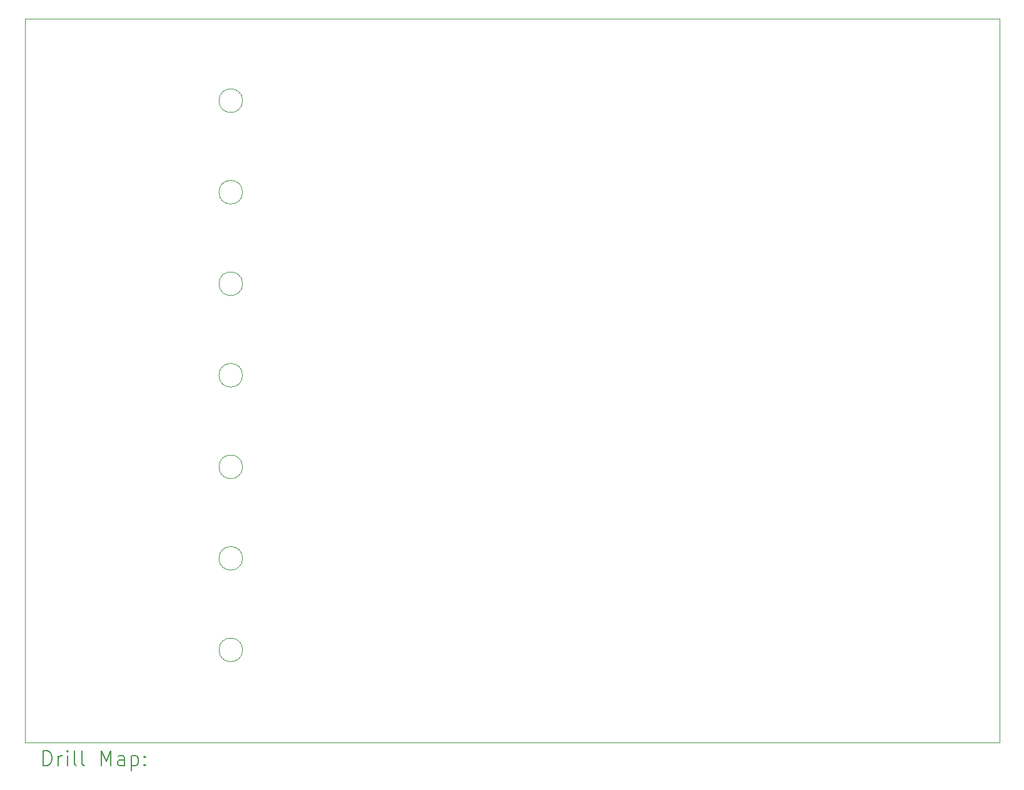
<source format=gbr>
%TF.GenerationSoftware,KiCad,Pcbnew,(6.0.8-1)-1*%
%TF.CreationDate,2023-03-30T07:53:21-04:00*%
%TF.ProjectId,Untitled,556e7469-746c-4656-942e-6b696361645f,rev?*%
%TF.SameCoordinates,Original*%
%TF.FileFunction,Drillmap*%
%TF.FilePolarity,Positive*%
%FSLAX45Y45*%
G04 Gerber Fmt 4.5, Leading zero omitted, Abs format (unit mm)*
G04 Created by KiCad (PCBNEW (6.0.8-1)-1) date 2023-03-30 07:53:21*
%MOMM*%
%LPD*%
G01*
G04 APERTURE LIST*
%ADD10C,0.100000*%
%ADD11C,0.200000*%
G04 APERTURE END LIST*
D10*
X7520000Y-5640000D02*
G75*
G03*
X7520000Y-5640000I-160000J0D01*
G01*
X7520000Y-11840000D02*
G75*
G03*
X7520000Y-11840000I-160000J0D01*
G01*
X7520000Y-10600000D02*
G75*
G03*
X7520000Y-10600000I-160000J0D01*
G01*
X4572000Y-3292000D02*
X17764000Y-3292000D01*
X17764000Y-3292000D02*
X17764000Y-13091000D01*
X17764000Y-13091000D02*
X4572000Y-13091000D01*
X4572000Y-13091000D02*
X4572000Y-3292000D01*
X7520000Y-6880000D02*
G75*
G03*
X7520000Y-6880000I-160000J0D01*
G01*
X7520000Y-8120000D02*
G75*
G03*
X7520000Y-8120000I-160000J0D01*
G01*
X7520000Y-9360000D02*
G75*
G03*
X7520000Y-9360000I-160000J0D01*
G01*
X7520000Y-4400000D02*
G75*
G03*
X7520000Y-4400000I-160000J0D01*
G01*
D11*
X4824619Y-13406476D02*
X4824619Y-13206476D01*
X4872238Y-13206476D01*
X4900810Y-13216000D01*
X4919857Y-13235048D01*
X4929381Y-13254095D01*
X4938905Y-13292190D01*
X4938905Y-13320762D01*
X4929381Y-13358857D01*
X4919857Y-13377905D01*
X4900810Y-13396952D01*
X4872238Y-13406476D01*
X4824619Y-13406476D01*
X5024619Y-13406476D02*
X5024619Y-13273143D01*
X5024619Y-13311238D02*
X5034143Y-13292190D01*
X5043667Y-13282667D01*
X5062714Y-13273143D01*
X5081762Y-13273143D01*
X5148429Y-13406476D02*
X5148429Y-13273143D01*
X5148429Y-13206476D02*
X5138905Y-13216000D01*
X5148429Y-13225524D01*
X5157952Y-13216000D01*
X5148429Y-13206476D01*
X5148429Y-13225524D01*
X5272238Y-13406476D02*
X5253190Y-13396952D01*
X5243667Y-13377905D01*
X5243667Y-13206476D01*
X5377000Y-13406476D02*
X5357952Y-13396952D01*
X5348429Y-13377905D01*
X5348429Y-13206476D01*
X5605571Y-13406476D02*
X5605571Y-13206476D01*
X5672238Y-13349333D01*
X5738905Y-13206476D01*
X5738905Y-13406476D01*
X5919857Y-13406476D02*
X5919857Y-13301714D01*
X5910333Y-13282667D01*
X5891286Y-13273143D01*
X5853190Y-13273143D01*
X5834143Y-13282667D01*
X5919857Y-13396952D02*
X5900809Y-13406476D01*
X5853190Y-13406476D01*
X5834143Y-13396952D01*
X5824619Y-13377905D01*
X5824619Y-13358857D01*
X5834143Y-13339809D01*
X5853190Y-13330286D01*
X5900809Y-13330286D01*
X5919857Y-13320762D01*
X6015095Y-13273143D02*
X6015095Y-13473143D01*
X6015095Y-13282667D02*
X6034143Y-13273143D01*
X6072238Y-13273143D01*
X6091286Y-13282667D01*
X6100809Y-13292190D01*
X6110333Y-13311238D01*
X6110333Y-13368381D01*
X6100809Y-13387428D01*
X6091286Y-13396952D01*
X6072238Y-13406476D01*
X6034143Y-13406476D01*
X6015095Y-13396952D01*
X6196048Y-13387428D02*
X6205571Y-13396952D01*
X6196048Y-13406476D01*
X6186524Y-13396952D01*
X6196048Y-13387428D01*
X6196048Y-13406476D01*
X6196048Y-13282667D02*
X6205571Y-13292190D01*
X6196048Y-13301714D01*
X6186524Y-13292190D01*
X6196048Y-13282667D01*
X6196048Y-13301714D01*
M02*

</source>
